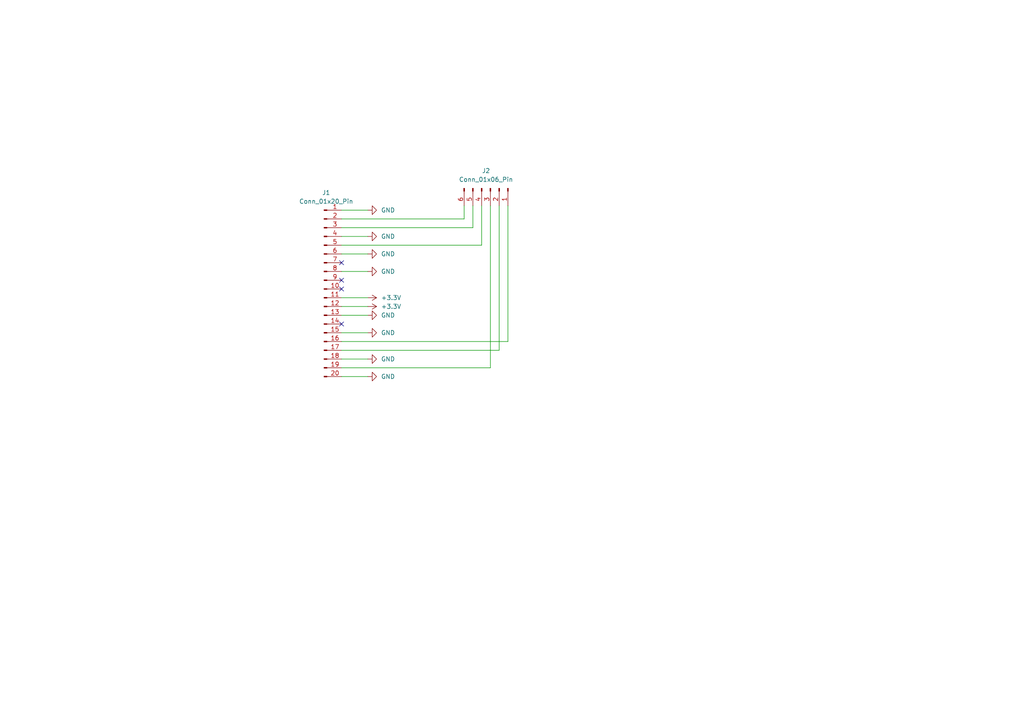
<source format=kicad_sch>
(kicad_sch (version 20230819) (generator eeschema)

  (uuid 77b97498-b9b7-43e2-89cb-7947d298f0c2)

  (paper "A4")

  (title_block
    (title "Wii WiFi Flex relocation")
    (date "2023-11-03")
    (rev "v0.1")
    (comment 1 "License: MIT")
    (comment 2 "Author: supertazon")
  )

  (lib_symbols
    (symbol "Connector:Conn_01x06_Pin" (pin_names (offset 1.016) hide) (exclude_from_sim no) (in_bom yes) (on_board yes)
      (property "Reference" "J" (at 0 7.62 0)
        (effects (font (size 1.27 1.27)))
      )
      (property "Value" "Conn_01x06_Pin" (at 0 -10.16 0)
        (effects (font (size 1.27 1.27)))
      )
      (property "Footprint" "" (at 0 0 0)
        (effects (font (size 1.27 1.27)) hide)
      )
      (property "Datasheet" "~" (at 0 0 0)
        (effects (font (size 1.27 1.27)) hide)
      )
      (property "Description" "Generic connector, single row, 01x06, script generated" (at 0 0 0)
        (effects (font (size 1.27 1.27)) hide)
      )
      (property "ki_locked" "" (at 0 0 0)
        (effects (font (size 1.27 1.27)))
      )
      (property "ki_keywords" "connector" (at 0 0 0)
        (effects (font (size 1.27 1.27)) hide)
      )
      (property "ki_fp_filters" "Connector*:*_1x??_*" (at 0 0 0)
        (effects (font (size 1.27 1.27)) hide)
      )
      (symbol "Conn_01x06_Pin_1_1"
        (polyline
          (pts
            (xy 1.27 -7.62)
            (xy 0.8636 -7.62)
          )
          (stroke (width 0.1524) (type default))
          (fill (type none))
        )
        (polyline
          (pts
            (xy 1.27 -5.08)
            (xy 0.8636 -5.08)
          )
          (stroke (width 0.1524) (type default))
          (fill (type none))
        )
        (polyline
          (pts
            (xy 1.27 -2.54)
            (xy 0.8636 -2.54)
          )
          (stroke (width 0.1524) (type default))
          (fill (type none))
        )
        (polyline
          (pts
            (xy 1.27 0)
            (xy 0.8636 0)
          )
          (stroke (width 0.1524) (type default))
          (fill (type none))
        )
        (polyline
          (pts
            (xy 1.27 2.54)
            (xy 0.8636 2.54)
          )
          (stroke (width 0.1524) (type default))
          (fill (type none))
        )
        (polyline
          (pts
            (xy 1.27 5.08)
            (xy 0.8636 5.08)
          )
          (stroke (width 0.1524) (type default))
          (fill (type none))
        )
        (rectangle (start 0.8636 -7.493) (end 0 -7.747)
          (stroke (width 0.1524) (type default))
          (fill (type outline))
        )
        (rectangle (start 0.8636 -4.953) (end 0 -5.207)
          (stroke (width 0.1524) (type default))
          (fill (type outline))
        )
        (rectangle (start 0.8636 -2.413) (end 0 -2.667)
          (stroke (width 0.1524) (type default))
          (fill (type outline))
        )
        (rectangle (start 0.8636 0.127) (end 0 -0.127)
          (stroke (width 0.1524) (type default))
          (fill (type outline))
        )
        (rectangle (start 0.8636 2.667) (end 0 2.413)
          (stroke (width 0.1524) (type default))
          (fill (type outline))
        )
        (rectangle (start 0.8636 5.207) (end 0 4.953)
          (stroke (width 0.1524) (type default))
          (fill (type outline))
        )
        (pin passive line (at 5.08 5.08 180) (length 3.81)
          (name "Pin_1" (effects (font (size 1.27 1.27))))
          (number "1" (effects (font (size 1.27 1.27))))
        )
        (pin passive line (at 5.08 2.54 180) (length 3.81)
          (name "Pin_2" (effects (font (size 1.27 1.27))))
          (number "2" (effects (font (size 1.27 1.27))))
        )
        (pin passive line (at 5.08 0 180) (length 3.81)
          (name "Pin_3" (effects (font (size 1.27 1.27))))
          (number "3" (effects (font (size 1.27 1.27))))
        )
        (pin passive line (at 5.08 -2.54 180) (length 3.81)
          (name "Pin_4" (effects (font (size 1.27 1.27))))
          (number "4" (effects (font (size 1.27 1.27))))
        )
        (pin passive line (at 5.08 -5.08 180) (length 3.81)
          (name "Pin_5" (effects (font (size 1.27 1.27))))
          (number "5" (effects (font (size 1.27 1.27))))
        )
        (pin passive line (at 5.08 -7.62 180) (length 3.81)
          (name "Pin_6" (effects (font (size 1.27 1.27))))
          (number "6" (effects (font (size 1.27 1.27))))
        )
      )
    )
    (symbol "Connector:Conn_01x20_Pin" (pin_names (offset 1.016) hide) (exclude_from_sim no) (in_bom yes) (on_board yes)
      (property "Reference" "J" (at 0 25.4 0)
        (effects (font (size 1.27 1.27)))
      )
      (property "Value" "Conn_01x20_Pin" (at 0 -27.94 0)
        (effects (font (size 1.27 1.27)))
      )
      (property "Footprint" "" (at 0 0 0)
        (effects (font (size 1.27 1.27)) hide)
      )
      (property "Datasheet" "~" (at 0 0 0)
        (effects (font (size 1.27 1.27)) hide)
      )
      (property "Description" "Generic connector, single row, 01x20, script generated" (at 0 0 0)
        (effects (font (size 1.27 1.27)) hide)
      )
      (property "ki_locked" "" (at 0 0 0)
        (effects (font (size 1.27 1.27)))
      )
      (property "ki_keywords" "connector" (at 0 0 0)
        (effects (font (size 1.27 1.27)) hide)
      )
      (property "ki_fp_filters" "Connector*:*_1x??_*" (at 0 0 0)
        (effects (font (size 1.27 1.27)) hide)
      )
      (symbol "Conn_01x20_Pin_1_1"
        (polyline
          (pts
            (xy 1.27 -25.4)
            (xy 0.8636 -25.4)
          )
          (stroke (width 0.1524) (type default))
          (fill (type none))
        )
        (polyline
          (pts
            (xy 1.27 -22.86)
            (xy 0.8636 -22.86)
          )
          (stroke (width 0.1524) (type default))
          (fill (type none))
        )
        (polyline
          (pts
            (xy 1.27 -20.32)
            (xy 0.8636 -20.32)
          )
          (stroke (width 0.1524) (type default))
          (fill (type none))
        )
        (polyline
          (pts
            (xy 1.27 -17.78)
            (xy 0.8636 -17.78)
          )
          (stroke (width 0.1524) (type default))
          (fill (type none))
        )
        (polyline
          (pts
            (xy 1.27 -15.24)
            (xy 0.8636 -15.24)
          )
          (stroke (width 0.1524) (type default))
          (fill (type none))
        )
        (polyline
          (pts
            (xy 1.27 -12.7)
            (xy 0.8636 -12.7)
          )
          (stroke (width 0.1524) (type default))
          (fill (type none))
        )
        (polyline
          (pts
            (xy 1.27 -10.16)
            (xy 0.8636 -10.16)
          )
          (stroke (width 0.1524) (type default))
          (fill (type none))
        )
        (polyline
          (pts
            (xy 1.27 -7.62)
            (xy 0.8636 -7.62)
          )
          (stroke (width 0.1524) (type default))
          (fill (type none))
        )
        (polyline
          (pts
            (xy 1.27 -5.08)
            (xy 0.8636 -5.08)
          )
          (stroke (width 0.1524) (type default))
          (fill (type none))
        )
        (polyline
          (pts
            (xy 1.27 -2.54)
            (xy 0.8636 -2.54)
          )
          (stroke (width 0.1524) (type default))
          (fill (type none))
        )
        (polyline
          (pts
            (xy 1.27 0)
            (xy 0.8636 0)
          )
          (stroke (width 0.1524) (type default))
          (fill (type none))
        )
        (polyline
          (pts
            (xy 1.27 2.54)
            (xy 0.8636 2.54)
          )
          (stroke (width 0.1524) (type default))
          (fill (type none))
        )
        (polyline
          (pts
            (xy 1.27 5.08)
            (xy 0.8636 5.08)
          )
          (stroke (width 0.1524) (type default))
          (fill (type none))
        )
        (polyline
          (pts
            (xy 1.27 7.62)
            (xy 0.8636 7.62)
          )
          (stroke (width 0.1524) (type default))
          (fill (type none))
        )
        (polyline
          (pts
            (xy 1.27 10.16)
            (xy 0.8636 10.16)
          )
          (stroke (width 0.1524) (type default))
          (fill (type none))
        )
        (polyline
          (pts
            (xy 1.27 12.7)
            (xy 0.8636 12.7)
          )
          (stroke (width 0.1524) (type default))
          (fill (type none))
        )
        (polyline
          (pts
            (xy 1.27 15.24)
            (xy 0.8636 15.24)
          )
          (stroke (width 0.1524) (type default))
          (fill (type none))
        )
        (polyline
          (pts
            (xy 1.27 17.78)
            (xy 0.8636 17.78)
          )
          (stroke (width 0.1524) (type default))
          (fill (type none))
        )
        (polyline
          (pts
            (xy 1.27 20.32)
            (xy 0.8636 20.32)
          )
          (stroke (width 0.1524) (type default))
          (fill (type none))
        )
        (polyline
          (pts
            (xy 1.27 22.86)
            (xy 0.8636 22.86)
          )
          (stroke (width 0.1524) (type default))
          (fill (type none))
        )
        (rectangle (start 0.8636 -25.273) (end 0 -25.527)
          (stroke (width 0.1524) (type default))
          (fill (type outline))
        )
        (rectangle (start 0.8636 -22.733) (end 0 -22.987)
          (stroke (width 0.1524) (type default))
          (fill (type outline))
        )
        (rectangle (start 0.8636 -20.193) (end 0 -20.447)
          (stroke (width 0.1524) (type default))
          (fill (type outline))
        )
        (rectangle (start 0.8636 -17.653) (end 0 -17.907)
          (stroke (width 0.1524) (type default))
          (fill (type outline))
        )
        (rectangle (start 0.8636 -15.113) (end 0 -15.367)
          (stroke (width 0.1524) (type default))
          (fill (type outline))
        )
        (rectangle (start 0.8636 -12.573) (end 0 -12.827)
          (stroke (width 0.1524) (type default))
          (fill (type outline))
        )
        (rectangle (start 0.8636 -10.033) (end 0 -10.287)
          (stroke (width 0.1524) (type default))
          (fill (type outline))
        )
        (rectangle (start 0.8636 -7.493) (end 0 -7.747)
          (stroke (width 0.1524) (type default))
          (fill (type outline))
        )
        (rectangle (start 0.8636 -4.953) (end 0 -5.207)
          (stroke (width 0.1524) (type default))
          (fill (type outline))
        )
        (rectangle (start 0.8636 -2.413) (end 0 -2.667)
          (stroke (width 0.1524) (type default))
          (fill (type outline))
        )
        (rectangle (start 0.8636 0.127) (end 0 -0.127)
          (stroke (width 0.1524) (type default))
          (fill (type outline))
        )
        (rectangle (start 0.8636 2.667) (end 0 2.413)
          (stroke (width 0.1524) (type default))
          (fill (type outline))
        )
        (rectangle (start 0.8636 5.207) (end 0 4.953)
          (stroke (width 0.1524) (type default))
          (fill (type outline))
        )
        (rectangle (start 0.8636 7.747) (end 0 7.493)
          (stroke (width 0.1524) (type default))
          (fill (type outline))
        )
        (rectangle (start 0.8636 10.287) (end 0 10.033)
          (stroke (width 0.1524) (type default))
          (fill (type outline))
        )
        (rectangle (start 0.8636 12.827) (end 0 12.573)
          (stroke (width 0.1524) (type default))
          (fill (type outline))
        )
        (rectangle (start 0.8636 15.367) (end 0 15.113)
          (stroke (width 0.1524) (type default))
          (fill (type outline))
        )
        (rectangle (start 0.8636 17.907) (end 0 17.653)
          (stroke (width 0.1524) (type default))
          (fill (type outline))
        )
        (rectangle (start 0.8636 20.447) (end 0 20.193)
          (stroke (width 0.1524) (type default))
          (fill (type outline))
        )
        (rectangle (start 0.8636 22.987) (end 0 22.733)
          (stroke (width 0.1524) (type default))
          (fill (type outline))
        )
        (pin passive line (at 5.08 22.86 180) (length 3.81)
          (name "Pin_1" (effects (font (size 1.27 1.27))))
          (number "1" (effects (font (size 1.27 1.27))))
        )
        (pin passive line (at 5.08 0 180) (length 3.81)
          (name "Pin_10" (effects (font (size 1.27 1.27))))
          (number "10" (effects (font (size 1.27 1.27))))
        )
        (pin passive line (at 5.08 -2.54 180) (length 3.81)
          (name "Pin_11" (effects (font (size 1.27 1.27))))
          (number "11" (effects (font (size 1.27 1.27))))
        )
        (pin passive line (at 5.08 -5.08 180) (length 3.81)
          (name "Pin_12" (effects (font (size 1.27 1.27))))
          (number "12" (effects (font (size 1.27 1.27))))
        )
        (pin passive line (at 5.08 -7.62 180) (length 3.81)
          (name "Pin_13" (effects (font (size 1.27 1.27))))
          (number "13" (effects (font (size 1.27 1.27))))
        )
        (pin passive line (at 5.08 -10.16 180) (length 3.81)
          (name "Pin_14" (effects (font (size 1.27 1.27))))
          (number "14" (effects (font (size 1.27 1.27))))
        )
        (pin passive line (at 5.08 -12.7 180) (length 3.81)
          (name "Pin_15" (effects (font (size 1.27 1.27))))
          (number "15" (effects (font (size 1.27 1.27))))
        )
        (pin passive line (at 5.08 -15.24 180) (length 3.81)
          (name "Pin_16" (effects (font (size 1.27 1.27))))
          (number "16" (effects (font (size 1.27 1.27))))
        )
        (pin passive line (at 5.08 -17.78 180) (length 3.81)
          (name "Pin_17" (effects (font (size 1.27 1.27))))
          (number "17" (effects (font (size 1.27 1.27))))
        )
        (pin passive line (at 5.08 -20.32 180) (length 3.81)
          (name "Pin_18" (effects (font (size 1.27 1.27))))
          (number "18" (effects (font (size 1.27 1.27))))
        )
        (pin passive line (at 5.08 -22.86 180) (length 3.81)
          (name "Pin_19" (effects (font (size 1.27 1.27))))
          (number "19" (effects (font (size 1.27 1.27))))
        )
        (pin passive line (at 5.08 20.32 180) (length 3.81)
          (name "Pin_2" (effects (font (size 1.27 1.27))))
          (number "2" (effects (font (size 1.27 1.27))))
        )
        (pin passive line (at 5.08 -25.4 180) (length 3.81)
          (name "Pin_20" (effects (font (size 1.27 1.27))))
          (number "20" (effects (font (size 1.27 1.27))))
        )
        (pin passive line (at 5.08 17.78 180) (length 3.81)
          (name "Pin_3" (effects (font (size 1.27 1.27))))
          (number "3" (effects (font (size 1.27 1.27))))
        )
        (pin passive line (at 5.08 15.24 180) (length 3.81)
          (name "Pin_4" (effects (font (size 1.27 1.27))))
          (number "4" (effects (font (size 1.27 1.27))))
        )
        (pin passive line (at 5.08 12.7 180) (length 3.81)
          (name "Pin_5" (effects (font (size 1.27 1.27))))
          (number "5" (effects (font (size 1.27 1.27))))
        )
        (pin passive line (at 5.08 10.16 180) (length 3.81)
          (name "Pin_6" (effects (font (size 1.27 1.27))))
          (number "6" (effects (font (size 1.27 1.27))))
        )
        (pin passive line (at 5.08 7.62 180) (length 3.81)
          (name "Pin_7" (effects (font (size 1.27 1.27))))
          (number "7" (effects (font (size 1.27 1.27))))
        )
        (pin passive line (at 5.08 5.08 180) (length 3.81)
          (name "Pin_8" (effects (font (size 1.27 1.27))))
          (number "8" (effects (font (size 1.27 1.27))))
        )
        (pin passive line (at 5.08 2.54 180) (length 3.81)
          (name "Pin_9" (effects (font (size 1.27 1.27))))
          (number "9" (effects (font (size 1.27 1.27))))
        )
      )
    )
    (symbol "power:+3.3V" (power) (pin_names (offset 0)) (exclude_from_sim no) (in_bom yes) (on_board yes)
      (property "Reference" "#PWR" (at 0 -3.81 0)
        (effects (font (size 1.27 1.27)) hide)
      )
      (property "Value" "+3.3V" (at 0 3.556 0)
        (effects (font (size 1.27 1.27)))
      )
      (property "Footprint" "" (at 0 0 0)
        (effects (font (size 1.27 1.27)) hide)
      )
      (property "Datasheet" "" (at 0 0 0)
        (effects (font (size 1.27 1.27)) hide)
      )
      (property "Description" "Power symbol creates a global label with name \"+3.3V\"" (at 0 0 0)
        (effects (font (size 1.27 1.27)) hide)
      )
      (property "ki_keywords" "global power" (at 0 0 0)
        (effects (font (size 1.27 1.27)) hide)
      )
      (symbol "+3.3V_0_1"
        (polyline
          (pts
            (xy -0.762 1.27)
            (xy 0 2.54)
          )
          (stroke (width 0) (type default))
          (fill (type none))
        )
        (polyline
          (pts
            (xy 0 0)
            (xy 0 2.54)
          )
          (stroke (width 0) (type default))
          (fill (type none))
        )
        (polyline
          (pts
            (xy 0 2.54)
            (xy 0.762 1.27)
          )
          (stroke (width 0) (type default))
          (fill (type none))
        )
      )
      (symbol "+3.3V_1_1"
        (pin power_in line (at 0 0 90) (length 0) hide
          (name "+3.3V" (effects (font (size 1.27 1.27))))
          (number "1" (effects (font (size 1.27 1.27))))
        )
      )
    )
    (symbol "power:GND" (power) (pin_names (offset 0)) (exclude_from_sim no) (in_bom yes) (on_board yes)
      (property "Reference" "#PWR" (at 0 -6.35 0)
        (effects (font (size 1.27 1.27)) hide)
      )
      (property "Value" "GND" (at 0 -3.81 0)
        (effects (font (size 1.27 1.27)))
      )
      (property "Footprint" "" (at 0 0 0)
        (effects (font (size 1.27 1.27)) hide)
      )
      (property "Datasheet" "" (at 0 0 0)
        (effects (font (size 1.27 1.27)) hide)
      )
      (property "Description" "Power symbol creates a global label with name \"GND\" , ground" (at 0 0 0)
        (effects (font (size 1.27 1.27)) hide)
      )
      (property "ki_keywords" "global power" (at 0 0 0)
        (effects (font (size 1.27 1.27)) hide)
      )
      (symbol "GND_0_1"
        (polyline
          (pts
            (xy 0 0)
            (xy 0 -1.27)
            (xy 1.27 -1.27)
            (xy 0 -2.54)
            (xy -1.27 -1.27)
            (xy 0 -1.27)
          )
          (stroke (width 0) (type default))
          (fill (type none))
        )
      )
      (symbol "GND_1_1"
        (pin power_in line (at 0 0 270) (length 0) hide
          (name "GND" (effects (font (size 1.27 1.27))))
          (number "1" (effects (font (size 1.27 1.27))))
        )
      )
    )
  )


  (no_connect (at 99.06 93.98) (uuid 25f5b52c-4fea-45a0-980a-e6f4996a5e94))
  (no_connect (at 99.06 76.2) (uuid 299dcf27-ad73-4df0-8d60-c200821b1c2c))
  (no_connect (at 99.06 83.82) (uuid 59e8cc1e-992f-4be8-a4e5-84402fdc515b))
  (no_connect (at 99.06 81.28) (uuid d5dcc101-3b5e-46e6-8c55-6b7b5230a5fa))

  (wire (pts (xy 99.06 63.5) (xy 134.62 63.5))
    (stroke (width 0) (type default))
    (uuid 01061aa0-e2a6-4f90-a554-0acd5ee4e41c)
  )
  (wire (pts (xy 139.7 71.12) (xy 139.7 59.69))
    (stroke (width 0) (type default))
    (uuid 06dc093c-b175-476d-a2b4-c115a97d2384)
  )
  (wire (pts (xy 99.06 86.36) (xy 106.68 86.36))
    (stroke (width 0) (type default))
    (uuid 0e103e9c-8a76-41f8-a9e6-205659ad1aba)
  )
  (wire (pts (xy 134.62 59.69) (xy 134.62 63.5))
    (stroke (width 0) (type default))
    (uuid 11cd1856-6605-4b58-a196-e481eb6b98f7)
  )
  (wire (pts (xy 99.06 78.74) (xy 106.68 78.74))
    (stroke (width 0) (type default))
    (uuid 30aa993d-0e65-4639-949d-460cbab26854)
  )
  (wire (pts (xy 99.06 101.6) (xy 144.78 101.6))
    (stroke (width 0) (type default))
    (uuid 3bbfec08-2f07-4248-a57e-03f714e2225b)
  )
  (wire (pts (xy 99.06 104.14) (xy 106.68 104.14))
    (stroke (width 0) (type default))
    (uuid 3fe84bd1-8459-4dfb-8feb-d8f4dc58383a)
  )
  (wire (pts (xy 99.06 66.04) (xy 137.16 66.04))
    (stroke (width 0) (type default))
    (uuid 46924534-0d8a-4bfc-ae55-3a27e784c32c)
  )
  (wire (pts (xy 142.24 106.68) (xy 142.24 59.69))
    (stroke (width 0) (type default))
    (uuid 4af3b778-691c-42d3-9760-4ff8a95ad2b0)
  )
  (wire (pts (xy 99.06 71.12) (xy 139.7 71.12))
    (stroke (width 0) (type default))
    (uuid 5abec7fd-b556-47eb-bdad-528dc13077c1)
  )
  (wire (pts (xy 99.06 60.96) (xy 106.68 60.96))
    (stroke (width 0) (type default))
    (uuid 6d941a62-8385-4466-93ce-74f5360030c1)
  )
  (wire (pts (xy 99.06 96.52) (xy 106.68 96.52))
    (stroke (width 0) (type default))
    (uuid 70d68444-e913-45f1-9401-3d4e67a10862)
  )
  (wire (pts (xy 99.06 109.22) (xy 106.68 109.22))
    (stroke (width 0) (type default))
    (uuid 73c44509-795e-45dc-b476-53b4793e85cc)
  )
  (wire (pts (xy 99.06 88.9) (xy 106.68 88.9))
    (stroke (width 0) (type default))
    (uuid 7b233597-1224-436e-878d-9cade2b1f9e7)
  )
  (wire (pts (xy 144.78 101.6) (xy 144.78 59.69))
    (stroke (width 0) (type default))
    (uuid 7e7cb089-84aa-41cc-9ff3-f2259cb6be56)
  )
  (wire (pts (xy 99.06 99.06) (xy 147.32 99.06))
    (stroke (width 0) (type default))
    (uuid 835c0ad3-8ab8-40c0-9eaa-a54bccda32bd)
  )
  (wire (pts (xy 99.06 68.58) (xy 106.68 68.58))
    (stroke (width 0) (type default))
    (uuid 8f3557ae-0df3-482a-8fa0-4149c410872d)
  )
  (wire (pts (xy 137.16 66.04) (xy 137.16 59.69))
    (stroke (width 0) (type default))
    (uuid b4a1e264-86e9-44ae-a22d-876a878a55be)
  )
  (wire (pts (xy 99.06 91.44) (xy 106.68 91.44))
    (stroke (width 0) (type default))
    (uuid c8e76747-8372-4b0b-b5bd-87b1301e39b7)
  )
  (wire (pts (xy 99.06 106.68) (xy 142.24 106.68))
    (stroke (width 0) (type default))
    (uuid ebb80017-17d2-4dc0-af3c-e8a2d8efcb32)
  )
  (wire (pts (xy 99.06 73.66) (xy 106.68 73.66))
    (stroke (width 0) (type default))
    (uuid f325c275-aafe-4c95-b27a-76ebf76b282c)
  )
  (wire (pts (xy 147.32 99.06) (xy 147.32 59.69))
    (stroke (width 0) (type default))
    (uuid fc4b2ddd-538b-4938-9b94-215b597626ab)
  )

  (symbol (lib_id "power:GND") (at 106.68 73.66 90) (unit 1)
    (exclude_from_sim no) (in_bom yes) (on_board yes) (dnp no) (fields_autoplaced)
    (uuid 262b80a1-812e-4de8-a6e2-3164e2787e7e)
    (property "Reference" "#PWR05" (at 113.03 73.66 0)
      (effects (font (size 1.27 1.27)) hide)
    )
    (property "Value" "GND" (at 110.49 73.66 90)
      (effects (font (size 1.27 1.27)) (justify right))
    )
    (property "Footprint" "" (at 106.68 73.66 0)
      (effects (font (size 1.27 1.27)) hide)
    )
    (property "Datasheet" "" (at 106.68 73.66 0)
      (effects (font (size 1.27 1.27)) hide)
    )
    (property "Description" "" (at 106.68 73.66 0)
      (effects (font (size 1.27 1.27)) hide)
    )
    (pin "1" (uuid ee830919-af22-45c8-9647-01fe7cf1a25f))
    (instances
      (project "WifiFlex-connector"
        (path "/77b97498-b9b7-43e2-89cb-7947d298f0c2"
          (reference "#PWR05") (unit 1)
        )
      )
    )
  )

  (symbol (lib_id "Connector:Conn_01x06_Pin") (at 142.24 54.61 270) (unit 1)
    (exclude_from_sim no) (in_bom yes) (on_board yes) (dnp no) (fields_autoplaced)
    (uuid 2f4885e0-6d4f-4184-aa85-a09dcfbb197b)
    (property "Reference" "J2" (at 140.97 49.53 90)
      (effects (font (size 1.27 1.27)))
    )
    (property "Value" "Conn_01x06_Pin" (at 140.97 52.07 90)
      (effects (font (size 1.27 1.27)))
    )
    (property "Footprint" "wififlex-connector:wififlex" (at 142.24 54.61 0)
      (effects (font (size 1.27 1.27)) hide)
    )
    (property "Datasheet" "~" (at 142.24 54.61 0)
      (effects (font (size 1.27 1.27)) hide)
    )
    (property "Description" "" (at 142.24 54.61 0)
      (effects (font (size 1.27 1.27)) hide)
    )
    (pin "1" (uuid 397dc663-53d1-464e-bdbc-1ce2b799d695))
    (pin "2" (uuid 015c7946-51f1-4f58-9095-9e0f23e7b955))
    (pin "3" (uuid c0b9a10d-f02d-4e1d-af8b-66d283dd4be2))
    (pin "4" (uuid 1f10103f-85d8-4919-9821-793ef5019393))
    (pin "5" (uuid d7aaf2ec-b0ee-4692-ad60-d2f9a4edf098))
    (pin "6" (uuid cb22898c-a8a4-4aa4-a2d2-d05d8ddd7d06))
    (instances
      (project "WifiFlex-connector"
        (path "/77b97498-b9b7-43e2-89cb-7947d298f0c2"
          (reference "J2") (unit 1)
        )
      )
    )
  )

  (symbol (lib_id "Connector:Conn_01x20_Pin") (at 93.98 83.82 0) (unit 1)
    (exclude_from_sim no) (in_bom yes) (on_board yes) (dnp no) (fields_autoplaced)
    (uuid 3fc916a8-ce27-4003-ade3-c1c15307cde2)
    (property "Reference" "J1" (at 94.615 55.88 0)
      (effects (font (size 1.27 1.27)))
    )
    (property "Value" "Conn_01x20_Pin" (at 94.615 58.42 0)
      (effects (font (size 1.27 1.27)))
    )
    (property "Footprint" "Connector_Molex:Molex_SlimStack_52991-0208_2x10_P0.50mm_Vertical" (at 93.98 83.82 0)
      (effects (font (size 1.27 1.27)) hide)
    )
    (property "Datasheet" "~" (at 93.98 83.82 0)
      (effects (font (size 1.27 1.27)) hide)
    )
    (property "Description" "" (at 93.98 83.82 0)
      (effects (font (size 1.27 1.27)) hide)
    )
    (pin "1" (uuid 2b872441-c8b5-42cd-a723-482a82d1a0fa))
    (pin "10" (uuid 9191b9a9-8b86-4134-babb-4d42522e226a))
    (pin "11" (uuid 6b98c461-fec9-4360-aad6-f4ddab06718f))
    (pin "12" (uuid 7086cd34-fdd5-4d25-aca2-778c08e81a33))
    (pin "13" (uuid 2ced6d83-3b59-4d31-8fcd-1f074edb40c4))
    (pin "14" (uuid c8a52209-6c4b-4df2-8743-d0455d61b5d0))
    (pin "15" (uuid 3d11475b-d06b-4feb-92a4-f9ec59b59e11))
    (pin "16" (uuid cd03fc3b-1653-479b-8368-fd44998e9202))
    (pin "17" (uuid bc232e4b-78a8-4038-92d4-797c987b7f2f))
    (pin "18" (uuid 64bdb136-5715-4159-93d3-c24a0c60b93e))
    (pin "19" (uuid 6a2b24db-904e-4031-adc2-3344e46a91a6))
    (pin "2" (uuid 4f429073-32dd-4e0e-a686-cb612701a294))
    (pin "20" (uuid 95b6bb64-c808-4d22-b44f-9ea84aad74c4))
    (pin "3" (uuid 4f77eb80-8362-4a37-8709-a4d06e98eb41))
    (pin "4" (uuid 893f84e0-ac20-43d5-83d7-8c9b1a65deee))
    (pin "5" (uuid dbbfe315-1929-4a52-837f-7b73735b449c))
    (pin "6" (uuid aa125988-918a-461b-a3d5-f1425b4b5877))
    (pin "7" (uuid 23e960b3-bacf-4f32-a3d6-672f6b8c723d))
    (pin "8" (uuid a621794b-89f6-41b5-a2a8-178fd5be7bbe))
    (pin "9" (uuid d84f4c0a-286b-4e77-9902-de450c317d97))
    (instances
      (project "WifiFlex-connector"
        (path "/77b97498-b9b7-43e2-89cb-7947d298f0c2"
          (reference "J1") (unit 1)
        )
      )
    )
  )

  (symbol (lib_id "power:GND") (at 106.68 96.52 90) (unit 1)
    (exclude_from_sim no) (in_bom yes) (on_board yes) (dnp no) (fields_autoplaced)
    (uuid 4d12e6e6-2074-41e2-b2f5-4a11ff4f82b0)
    (property "Reference" "#PWR08" (at 113.03 96.52 0)
      (effects (font (size 1.27 1.27)) hide)
    )
    (property "Value" "GND" (at 110.49 96.52 90)
      (effects (font (size 1.27 1.27)) (justify right))
    )
    (property "Footprint" "" (at 106.68 96.52 0)
      (effects (font (size 1.27 1.27)) hide)
    )
    (property "Datasheet" "" (at 106.68 96.52 0)
      (effects (font (size 1.27 1.27)) hide)
    )
    (property "Description" "" (at 106.68 96.52 0)
      (effects (font (size 1.27 1.27)) hide)
    )
    (pin "1" (uuid 81af191a-d34c-4b01-8d9a-56517f7e3870))
    (instances
      (project "WifiFlex-connector"
        (path "/77b97498-b9b7-43e2-89cb-7947d298f0c2"
          (reference "#PWR08") (unit 1)
        )
      )
    )
  )

  (symbol (lib_id "power:GND") (at 106.68 109.22 90) (unit 1)
    (exclude_from_sim no) (in_bom yes) (on_board yes) (dnp no) (fields_autoplaced)
    (uuid 502024d0-987c-4e2c-a906-828ec70c8b8c)
    (property "Reference" "#PWR010" (at 113.03 109.22 0)
      (effects (font (size 1.27 1.27)) hide)
    )
    (property "Value" "GND" (at 110.49 109.22 90)
      (effects (font (size 1.27 1.27)) (justify right))
    )
    (property "Footprint" "" (at 106.68 109.22 0)
      (effects (font (size 1.27 1.27)) hide)
    )
    (property "Datasheet" "" (at 106.68 109.22 0)
      (effects (font (size 1.27 1.27)) hide)
    )
    (property "Description" "" (at 106.68 109.22 0)
      (effects (font (size 1.27 1.27)) hide)
    )
    (pin "1" (uuid 43b0a8d9-65eb-42d8-8368-359c4804a161))
    (instances
      (project "WifiFlex-connector"
        (path "/77b97498-b9b7-43e2-89cb-7947d298f0c2"
          (reference "#PWR010") (unit 1)
        )
      )
    )
  )

  (symbol (lib_id "power:+3.3V") (at 106.68 86.36 270) (unit 1)
    (exclude_from_sim no) (in_bom yes) (on_board yes) (dnp no) (fields_autoplaced)
    (uuid 6baea39b-64c5-4a0e-ae2d-71549ddef137)
    (property "Reference" "#PWR01" (at 102.87 86.36 0)
      (effects (font (size 1.27 1.27)) hide)
    )
    (property "Value" "+3.3V" (at 110.49 86.36 90)
      (effects (font (size 1.27 1.27)) (justify left))
    )
    (property "Footprint" "" (at 106.68 86.36 0)
      (effects (font (size 1.27 1.27)) hide)
    )
    (property "Datasheet" "" (at 106.68 86.36 0)
      (effects (font (size 1.27 1.27)) hide)
    )
    (property "Description" "" (at 106.68 86.36 0)
      (effects (font (size 1.27 1.27)) hide)
    )
    (pin "1" (uuid 67212cf3-b841-4cce-b05c-8f4fad031161))
    (instances
      (project "WifiFlex-connector"
        (path "/77b97498-b9b7-43e2-89cb-7947d298f0c2"
          (reference "#PWR01") (unit 1)
        )
      )
    )
  )

  (symbol (lib_id "power:GND") (at 106.68 60.96 90) (unit 1)
    (exclude_from_sim no) (in_bom yes) (on_board yes) (dnp no) (fields_autoplaced)
    (uuid 79bc4b11-3b6f-4c6c-8ad0-d17acff94ff9)
    (property "Reference" "#PWR03" (at 113.03 60.96 0)
      (effects (font (size 1.27 1.27)) hide)
    )
    (property "Value" "GND" (at 110.49 60.96 90)
      (effects (font (size 1.27 1.27)) (justify right))
    )
    (property "Footprint" "" (at 106.68 60.96 0)
      (effects (font (size 1.27 1.27)) hide)
    )
    (property "Datasheet" "" (at 106.68 60.96 0)
      (effects (font (size 1.27 1.27)) hide)
    )
    (property "Description" "" (at 106.68 60.96 0)
      (effects (font (size 1.27 1.27)) hide)
    )
    (pin "1" (uuid bd039bd0-6a6c-4af3-bc26-14ed765cdbf0))
    (instances
      (project "WifiFlex-connector"
        (path "/77b97498-b9b7-43e2-89cb-7947d298f0c2"
          (reference "#PWR03") (unit 1)
        )
      )
    )
  )

  (symbol (lib_id "power:GND") (at 106.68 104.14 90) (unit 1)
    (exclude_from_sim no) (in_bom yes) (on_board yes) (dnp no) (fields_autoplaced)
    (uuid 94caceff-57c5-48fa-8190-3929821f6519)
    (property "Reference" "#PWR09" (at 113.03 104.14 0)
      (effects (font (size 1.27 1.27)) hide)
    )
    (property "Value" "GND" (at 110.49 104.14 90)
      (effects (font (size 1.27 1.27)) (justify right))
    )
    (property "Footprint" "" (at 106.68 104.14 0)
      (effects (font (size 1.27 1.27)) hide)
    )
    (property "Datasheet" "" (at 106.68 104.14 0)
      (effects (font (size 1.27 1.27)) hide)
    )
    (property "Description" "" (at 106.68 104.14 0)
      (effects (font (size 1.27 1.27)) hide)
    )
    (pin "1" (uuid 8edf3a5a-d269-4104-a396-c6080849c4b7))
    (instances
      (project "WifiFlex-connector"
        (path "/77b97498-b9b7-43e2-89cb-7947d298f0c2"
          (reference "#PWR09") (unit 1)
        )
      )
    )
  )

  (symbol (lib_id "power:GND") (at 106.68 78.74 90) (unit 1)
    (exclude_from_sim no) (in_bom yes) (on_board yes) (dnp no) (fields_autoplaced)
    (uuid 9b524508-efd5-4365-b610-43ac05315d2b)
    (property "Reference" "#PWR06" (at 113.03 78.74 0)
      (effects (font (size 1.27 1.27)) hide)
    )
    (property "Value" "GND" (at 110.49 78.74 90)
      (effects (font (size 1.27 1.27)) (justify right))
    )
    (property "Footprint" "" (at 106.68 78.74 0)
      (effects (font (size 1.27 1.27)) hide)
    )
    (property "Datasheet" "" (at 106.68 78.74 0)
      (effects (font (size 1.27 1.27)) hide)
    )
    (property "Description" "" (at 106.68 78.74 0)
      (effects (font (size 1.27 1.27)) hide)
    )
    (pin "1" (uuid a4449571-eb7c-49e6-b497-318099f54f4d))
    (instances
      (project "WifiFlex-connector"
        (path "/77b97498-b9b7-43e2-89cb-7947d298f0c2"
          (reference "#PWR06") (unit 1)
        )
      )
    )
  )

  (symbol (lib_id "power:GND") (at 106.68 91.44 90) (unit 1)
    (exclude_from_sim no) (in_bom yes) (on_board yes) (dnp no) (fields_autoplaced)
    (uuid adf02e49-64e1-48a1-aa6e-8dde4d79a35a)
    (property "Reference" "#PWR07" (at 113.03 91.44 0)
      (effects (font (size 1.27 1.27)) hide)
    )
    (property "Value" "GND" (at 110.49 91.44 90)
      (effects (font (size 1.27 1.27)) (justify right))
    )
    (property "Footprint" "" (at 106.68 91.44 0)
      (effects (font (size 1.27 1.27)) hide)
    )
    (property "Datasheet" "" (at 106.68 91.44 0)
      (effects (font (size 1.27 1.27)) hide)
    )
    (property "Description" "" (at 106.68 91.44 0)
      (effects (font (size 1.27 1.27)) hide)
    )
    (pin "1" (uuid 4e836a2a-cfef-4493-8296-440f2a71368d))
    (instances
      (project "WifiFlex-connector"
        (path "/77b97498-b9b7-43e2-89cb-7947d298f0c2"
          (reference "#PWR07") (unit 1)
        )
      )
    )
  )

  (symbol (lib_id "power:+3.3V") (at 106.68 88.9 270) (unit 1)
    (exclude_from_sim no) (in_bom yes) (on_board yes) (dnp no) (fields_autoplaced)
    (uuid ed4ff743-f4fb-4c44-bddb-349bcbdef6a6)
    (property "Reference" "#PWR02" (at 102.87 88.9 0)
      (effects (font (size 1.27 1.27)) hide)
    )
    (property "Value" "+3.3V" (at 110.49 88.9 90)
      (effects (font (size 1.27 1.27)) (justify left))
    )
    (property "Footprint" "" (at 106.68 88.9 0)
      (effects (font (size 1.27 1.27)) hide)
    )
    (property "Datasheet" "" (at 106.68 88.9 0)
      (effects (font (size 1.27 1.27)) hide)
    )
    (property "Description" "" (at 106.68 88.9 0)
      (effects (font (size 1.27 1.27)) hide)
    )
    (pin "1" (uuid 7c2c45a7-6dca-4896-a363-e95bd8b375d8))
    (instances
      (project "WifiFlex-connector"
        (path "/77b97498-b9b7-43e2-89cb-7947d298f0c2"
          (reference "#PWR02") (unit 1)
        )
      )
    )
  )

  (symbol (lib_id "power:GND") (at 106.68 68.58 90) (unit 1)
    (exclude_from_sim no) (in_bom yes) (on_board yes) (dnp no) (fields_autoplaced)
    (uuid f2aac73b-9419-44e2-b41a-c72245e4cdb9)
    (property "Reference" "#PWR04" (at 113.03 68.58 0)
      (effects (font (size 1.27 1.27)) hide)
    )
    (property "Value" "GND" (at 110.49 68.58 90)
      (effects (font (size 1.27 1.27)) (justify right))
    )
    (property "Footprint" "" (at 106.68 68.58 0)
      (effects (font (size 1.27 1.27)) hide)
    )
    (property "Datasheet" "" (at 106.68 68.58 0)
      (effects (font (size 1.27 1.27)) hide)
    )
    (property "Description" "" (at 106.68 68.58 0)
      (effects (font (size 1.27 1.27)) hide)
    )
    (pin "1" (uuid d3d50db3-58a5-4780-9ec6-8f301d4d2a74))
    (instances
      (project "WifiFlex-connector"
        (path "/77b97498-b9b7-43e2-89cb-7947d298f0c2"
          (reference "#PWR04") (unit 1)
        )
      )
    )
  )

  (sheet_instances
    (path "/" (page "1"))
  )
)

</source>
